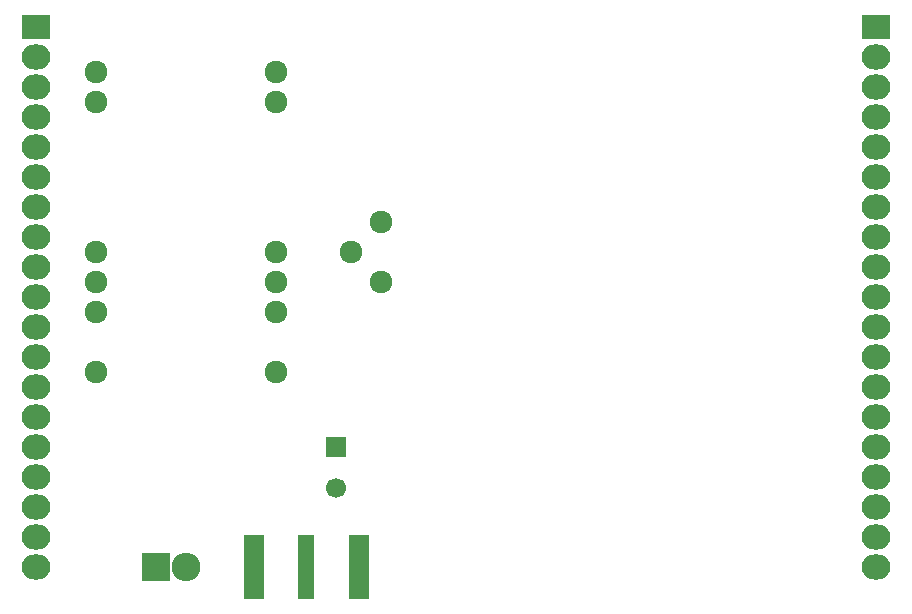
<source format=gbr>
G04 #@! TF.FileFunction,Soldermask,Top*
%FSLAX46Y46*%
G04 Gerber Fmt 4.6, Leading zero omitted, Abs format (unit mm)*
G04 Created by KiCad (PCBNEW 4.0.3+e1-6302~38~ubuntu16.04.1-stable) date Fri Aug 26 17:08:26 2016*
%MOMM*%
%LPD*%
G01*
G04 APERTURE LIST*
%ADD10C,0.100000*%
%ADD11R,2.432000X2.432000*%
%ADD12O,2.432000X2.432000*%
%ADD13C,1.924000*%
%ADD14R,2.432000X2.127200*%
%ADD15O,2.432000X2.127200*%
%ADD16R,1.670000X5.480000*%
%ADD17R,1.416000X5.480000*%
%ADD18C,1.700000*%
%ADD19R,1.700000X1.700000*%
G04 APERTURE END LIST*
D10*
D11*
X69850000Y-100330000D03*
D12*
X72390000Y-100330000D03*
D13*
X86360000Y-73660000D03*
X88900000Y-71120000D03*
X88900000Y-76200000D03*
X64770000Y-58420000D03*
X64770000Y-60960000D03*
X64770000Y-73660000D03*
X64770000Y-76200000D03*
X64770000Y-78740000D03*
X64770000Y-83820000D03*
X80010000Y-83820000D03*
X80010000Y-78740000D03*
X80010000Y-76200000D03*
X80010000Y-73660000D03*
X80010000Y-60960000D03*
X80010000Y-58420000D03*
D14*
X130810000Y-54610000D03*
D15*
X130810000Y-57150000D03*
X130810000Y-59690000D03*
X130810000Y-62230000D03*
X130810000Y-64770000D03*
X130810000Y-67310000D03*
X130810000Y-69850000D03*
X130810000Y-72390000D03*
X130810000Y-74930000D03*
X130810000Y-77470000D03*
X130810000Y-80010000D03*
X130810000Y-82550000D03*
X130810000Y-85090000D03*
X130810000Y-87630000D03*
X130810000Y-90170000D03*
X130810000Y-92710000D03*
X130810000Y-95250000D03*
X130810000Y-97790000D03*
X130810000Y-100330000D03*
D14*
X59690000Y-54610000D03*
D15*
X59690000Y-57150000D03*
X59690000Y-59690000D03*
X59690000Y-62230000D03*
X59690000Y-64770000D03*
X59690000Y-67310000D03*
X59690000Y-69850000D03*
X59690000Y-72390000D03*
X59690000Y-74930000D03*
X59690000Y-77470000D03*
X59690000Y-80010000D03*
X59690000Y-82550000D03*
X59690000Y-85090000D03*
X59690000Y-87630000D03*
X59690000Y-90170000D03*
X59690000Y-92710000D03*
X59690000Y-95250000D03*
X59690000Y-97790000D03*
X59690000Y-100330000D03*
D16*
X78105000Y-100330000D03*
X86995000Y-100330000D03*
D17*
X82550000Y-100330000D03*
D18*
X85090000Y-93670000D03*
D19*
X85090000Y-90170000D03*
M02*

</source>
